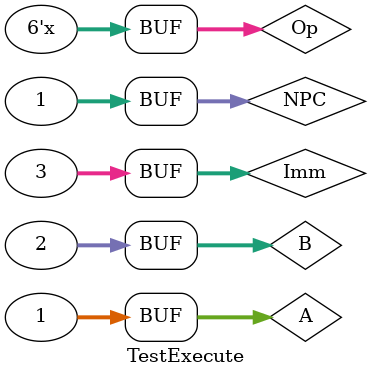
<source format=v>
module TestExecute();

//module Execute(
//  input [5:0] Op,
//  input [31:0] NPC,
//  input [31:0] A,
//  input [31:0] B,
//  input [31:0] Imm,
//  output cond,
//  output [31:0]Res
//);

reg [5:0] Op;
reg [31:0] NPC;
reg [31:0] A;
reg [31:0] B;
reg [31:0] Imm;

wire cond;
wire [31:0]Res;

Execute execute(Op, NPC, A, B, Imm, cond, Res);

initial
begin
    Op = 0;
    NPC = 1;
    A = 1;
    B = 2;
    Imm = 3;
end

always
begin
#10 Op = Op + 1;
end


endmodule
</source>
